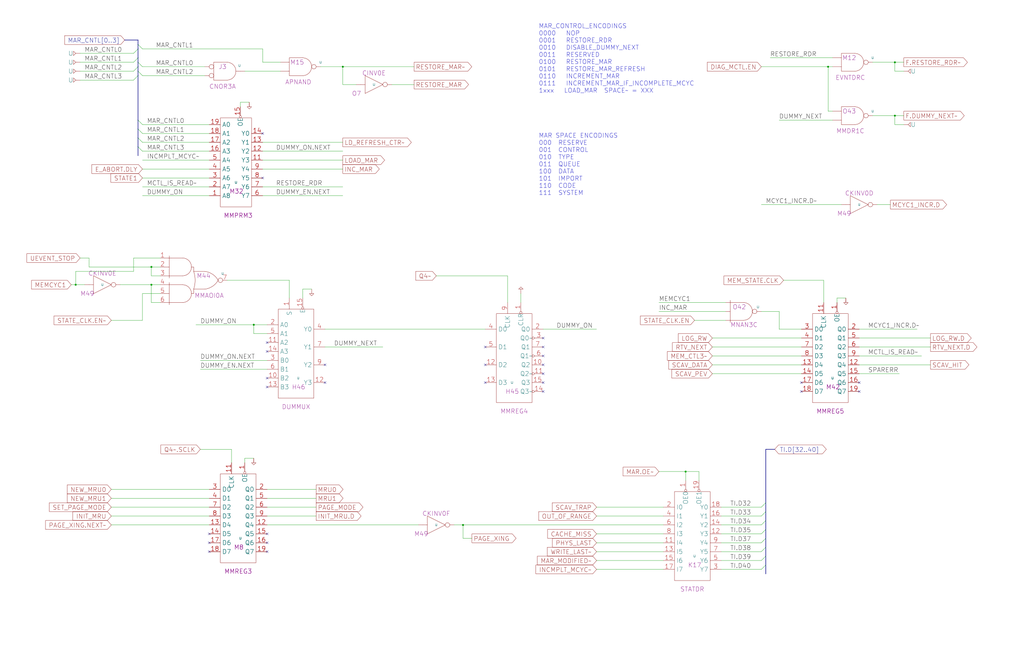
<source format=kicad_sch>
(kicad_sch (version 20220404) (generator eeschema)
  (paper "User" 584.2 378.46)
  (title_block (title "MEMORY STATE MONITOR") (date "20-MAR-90") (rev "1.0") (comment 1 "FIU") (comment 2 "232-003065") (comment 3 "S400") (comment 4 "RELEASED"))
  (lib_symbols
    (symbol "r1000:F00" (pin_numbers hide) (pin_names hide)
      (property "Reference" "U" (at 15.24 0 0))
      (property "Value" "F00" (at 1.905 -5.08 0))
      (property "Location" "___" (at 1.905 0 0))
      (property "Name" "______" (at 2.54 -12.7 0))
      (symbol "F00_0_1"
        (polyline (pts (xy -2.54 -7.62) (xy 5.08 -7.62)) (stroke (width 0.1524)))
        (polyline (pts (xy -2.54 2.54) (xy -2.54 -7.62)) (stroke (width 0.1524)))
        (polyline (pts (xy -2.54 2.54) (xy 5.08 2.54)) (stroke (width 0.1524)))
        (arc (start 5.08 -7.62) (mid 10.1282 -2.54) (end 5.08 2.54) (stroke (width 0.1524)))
        (circle (center 11.43 -2.54) (radius 1.27) (stroke (width 0.1524)))
      )
      (symbol "F00_0_2"
        (circle (center -3.81 -5.08) (radius 1.27) (stroke (width 0.1524)))
        (circle (center -3.81 0) (radius 1.27) (stroke (width 0.1524)))
        (arc (start -3.175 -7.62) (mid -2.134 -2.54) (end -3.175 2.54) (stroke (width 0.1524)))
        (polyline (pts (xy -3.175 -7.62) (xy 3.81 -7.62)) (stroke (width 0.1524)))
        (polyline (pts (xy -3.175 2.54) (xy 3.81 2.54)) (stroke (width 0.1524)))
        (arc (start 3.81 -7.62) (mid 7.5855 -5.8306) (end 10.16 -2.54) (stroke (width 0.1524)))
        (arc (start 10.16 -2.54) (mid 7.5827 0.7471) (end 3.81 2.54) (stroke (width 0.1524)))
      )
      (symbol "F00_1_1"
        (pin input line (at -7.62 0 0) (length 5.08) (name "D0") (number "1"))
        (pin input line (at -7.62 -5.08 0) (length 5.08) (name "D1") (number "2"))
        (pin output line (at 15.24 -2.54 180) (length 2.54) (name "Q") (number "3"))
      )
      (symbol "F00_1_2"
        (pin input line (at -7.62 0 0) (length 2.54) (name "D0") (number "1"))
        (pin input line (at -7.62 -5.08 0) (length 2.54) (name "D1") (number "2"))
        (pin output line (at 15.24 -2.54 180) (length 5.08) (name "Q") (number "3"))
      )
    )
    (symbol "r1000:F02" (pin_numbers hide) (pin_names hide)
      (property "Reference" "U" (at 12.16 0.635 0))
      (property "Value" "F02" (at -1.27 -4.445 0))
      (property "Location" "___" (at 2.54 0 0))
      (property "Name" "______" (at 2.54 -12.7 0))
      (symbol "F02_0_1"
        (arc (start -3.81 -7.62) (mid -2.9847 -2.54) (end -3.81 2.54) (stroke (width 0.1524)))
        (polyline (pts (xy -5.08 -5.08) (xy -3.175 -5.08)) (stroke (width 0.1524)))
        (polyline (pts (xy -5.08 0) (xy -3.175 0)) (stroke (width 0.1524)))
        (polyline (pts (xy -3.81 -7.62) (xy 2.54 -7.62)) (stroke (width 0.1524)))
        (polyline (pts (xy -3.81 2.54) (xy 2.54 2.54)) (stroke (width 0.1524)))
        (polyline (pts (xy 13.97 -2.54) (xy 12.7 -2.54)) (stroke (width 0.1524)))
        (arc (start 2.54 -7.62) (mid 6.9515 -5.9823) (end 10.16 -2.54) (stroke (width 0.1524)))
        (arc (start 10.16 -2.54) (mid 6.9478 0.8966) (end 2.54 2.54) (stroke (width 0.1524)))
        (circle (center 11.43 -2.54) (radius 1.27) (stroke (width 0.1524)))
      )
      (symbol "F02_0_2"
        (circle (center -3.81 -5.08) (radius 1.27) (stroke (width 0.1524)))
        (circle (center -3.81 0) (radius 1.27) (stroke (width 0.1524)))
        (polyline (pts (xy -2.54 -7.62) (xy 5.08 -7.62)) (stroke (width 0.1524)))
        (polyline (pts (xy -2.54 2.54) (xy -2.54 -7.62)) (stroke (width 0.1524)))
        (polyline (pts (xy -2.54 2.54) (xy 5.08 2.54)) (stroke (width 0.1524)))
        (polyline (pts (xy 11.43 -2.54) (xy 10.16 -2.54)) (stroke (width 0.1524)))
        (polyline (pts (xy 11.43 -2.54) (xy 12.7 -2.54)) (stroke (width 0.1524)))
        (arc (start 5.08 -7.62) (mid 10.1282 -2.54) (end 5.08 2.54) (stroke (width 0.1524)))
      )
      (symbol "F02_1_1"
        (pin input line (at -7.62 0 0) (length 2.54) (name "D0") (number "1"))
        (pin input line (at -7.62 -5.08 0) (length 2.54) (name "D1") (number "2"))
        (pin output line (at 15.24 -2.54 180) (length 1.27) (name "Q") (number "3"))
      )
      (symbol "F02_1_2"
        (pin input line (at -7.62 0 0) (length 2.54) (name "D0") (number "1"))
        (pin input line (at -7.62 -5.08 0) (length 2.54) (name "D1") (number "2"))
        (pin output line (at 15.24 -2.54 180) (length 2.54) (name "Q") (number "3"))
      )
    )
    (symbol "r1000:F04" (pin_numbers hide) (pin_names hide)
      (property "Reference" "U" (at 0 0 0))
      (property "Value" "F04" (at 1.27 -5.08 0))
      (property "Location" "___" (at -12.7 -5.08 0))
      (property "Name" "______" (at 0 5.08 0))
      (symbol "F04_0_1"
        (polyline (pts (xy -7.62 0) (xy -5.08 0)) (stroke (width 0.1524)))
        (polyline (pts (xy -5.08 5.08) (xy -5.08 -5.08)) (stroke (width 0.1524)))
        (polyline (pts (xy 5.08 0) (xy -5.08 -5.08)) (stroke (width 0.1524)))
        (polyline (pts (xy 5.08 0) (xy -5.08 5.08)) (stroke (width 0.1524)))
        (circle (center 6.35 0) (radius 1.27) (stroke (width 0.1524)))
      )
      (symbol "F04_1_1"
        (pin input line (at -10.16 0 0) (length 2.54) (name "D0") (number "1"))
        (pin output line (at 10.16 0 180) (length 2.54) (name "Q") (number "2"))
      )
    )
    (symbol "r1000:F10" (pin_numbers hide) (pin_names hide)
      (property "Reference" "U" (at 13.335 0 0))
      (property "Value" "F10" (at 5.715 -5.08 0))
      (property "Location" "___" (at -1.27 0 0))
      (property "Name" "______" (at -2.54 -10.16 0))
      (symbol "F10_0_1"
        (polyline (pts (xy -2.54 -7.62) (xy 5.08 -7.62)) (stroke (width 0.1524)))
        (polyline (pts (xy -2.54 2.54) (xy 5.08 2.54)) (stroke (width 0.1524)))
        (polyline (pts (xy -2.54 3.81) (xy -2.54 -8.89)) (stroke (width 0.1524)))
        (arc (start 5.08 -7.62) (mid 10.1282 -2.54) (end 5.08 2.54) (stroke (width 0.1524)))
        (circle (center 11.43 -2.54) (radius 1.27) (stroke (width 0.1524)))
      )
      (symbol "F10_0_2"
        (circle (center -3.81 -7.62) (radius 1.27) (stroke (width 0.1524)))
        (circle (center -3.81 2.54) (radius 1.27) (stroke (width 0.1524)))
        (circle (center -3.175 -2.54) (radius 1.27) (stroke (width 0.1524)))
        (arc (start -2.54 -7.62) (mid -1.8195 -2.54) (end -2.54 2.54) (stroke (width 0.1524)))
        (polyline (pts (xy -4.445 -2.54) (xy -5.08 -2.54)) (stroke (width 0.1524)))
        (polyline (pts (xy -2.54 -7.62) (xy 5.08 -7.62)) (stroke (width 0.1524)))
        (polyline (pts (xy -2.54 2.54) (xy 5.08 2.54)) (stroke (width 0.1524)))
        (polyline (pts (xy 10.795 -2.54) (xy 12.7 -2.54)) (stroke (width 0.1524)))
        (arc (start 5.08 -7.62) (mid 8.4845 -5.6954) (end 10.795 -2.54) (stroke (width 0.1524)))
        (arc (start 10.795 -2.54) (mid 8.4807 0.6111) (end 5.08 2.54) (stroke (width 0.1524)))
      )
      (symbol "F10_1_1"
        (pin input line (at -5.08 2.54 0) (length 2.54) (name "D0") (number "1"))
        (pin input line (at -5.08 -2.54 0) (length 2.54) (name "D1") (number "2"))
        (pin input line (at -5.08 -7.62 0) (length 2.54) (name "D2") (number "3"))
        (pin output line (at 15.24 -2.54 180) (length 2.54) (name "Q") (number "4"))
      )
      (symbol "F10_1_2"
        (pin input line (at -5.08 2.54 0) (length 0) (name "D0") (number "1"))
        (pin input line (at -5.08 -2.54 0) (length 0) (name "D1") (number "2"))
        (pin input line (at -5.08 -7.62 0) (length 0) (name "D2") (number "3"))
        (pin output line (at 15.24 -2.54 180) (length 2.54) (name "Q") (number "4"))
      )
    )
    (symbol "r1000:F157" (pin_names (offset 1.016))
      (property "Reference" "U" (at 2.54 5.08 0))
      (property "Value" "F157" (at -3.81 -5.08 0))
      (property "Location" "___" (at -1.27 0 0))
      (property "Name" "______" (at 1.27 -12.7 0))
      (symbol "F157_1_1"
        (rectangle (start -8.89 44.45) (end 11.43 -6.35))
        (circle (center 5.08 45.085) (radius 0.635))
        (pin input line (at -2.54 50.8 270) (length 6.35) (name "S") (number "1"))
        (pin input line (at -15.24 5.08 0) (length 6.35) (name "B2") (number "10"))
        (pin input line (at -15.24 25.4 0) (length 6.35) (name "A2") (number "11"))
        (pin output line (at 17.78 2.54 180) (length 6.35) (name "Y3") (number "12"))
        (pin input line (at -15.24 0 0) (length 6.35) (name "B3") (number "13"))
        (pin input line (at -15.24 20.32 0) (length 6.35) (name "A3") (number "14"))
        (pin input line (at 5.08 50.8 270) (length 5.08) (name "E") (number "15"))
        (pin input line (at -15.24 35.56 0) (length 6.35) (name "A0") (number "2"))
        (pin input line (at -15.24 15.24 0) (length 6.35) (name "B0") (number "3"))
        (pin output line (at 17.78 33.02 180) (length 6.35) (name "Y0") (number "4"))
        (pin input line (at -15.24 30.48 0) (length 6.35) (name "A1") (number "5"))
        (pin input line (at -15.24 10.16 0) (length 6.35) (name "B1") (number "6"))
        (pin output line (at 17.78 22.86 180) (length 6.35) (name "Y1") (number "7"))
        (pin output line (at 17.78 12.7 180) (length 6.35) (name "Y2") (number "9"))
      )
    )
    (symbol "r1000:F175" (pin_names (offset 1.016))
      (property "Reference" "U" (at 2.54 5.08 0))
      (property "Value" "F175" (at -1.27 -5.08 0))
      (property "Location" "___" (at -1.27 0 0))
      (property "Name" "______" (at 3.81 -12.7 0))
      (symbol "F175_1_1"
        (rectangle (start -6.35 44.45) (end 13.97 -6.35))
        (circle (center 7.62 45.085) (radius 0.635))
        (circle (center 14.605 0) (radius 0.635))
        (circle (center 14.605 10.16) (radius 0.635))
        (circle (center 14.605 20.32) (radius 0.635))
        (circle (center 14.605 30.48) (radius 0.635))
        (pin input line (at 7.62 50.8 270) (length 5.08) (name "CLR") (number "1"))
        (pin output line (at 20.32 15.24 180) (length 6.35) (name "Q2") (number "10"))
        (pin output line (at 20.32 10.16 180) (length 5.08) (name "Q2~") (number "11"))
        (pin input line (at -12.7 15.24 0) (length 6.35) (name "D2") (number "12"))
        (pin input line (at -12.7 5.08 0) (length 6.35) (name "D3") (number "13"))
        (pin output line (at 20.32 0 180) (length 5.08) (name "Q3~") (number "14"))
        (pin output line (at 20.32 5.08 180) (length 6.35) (name "Q3") (number "15"))
        (pin output line (at 20.32 35.56 180) (length 6.35) (name "Q0") (number "2"))
        (pin output line (at 20.32 30.48 180) (length 5.08) (name "Q0~") (number "3"))
        (pin input line (at -12.7 35.56 0) (length 6.35) (name "D0") (number "4"))
        (pin input line (at -12.7 25.4 0) (length 6.35) (name "D1") (number "5"))
        (pin output line (at 20.32 20.32 180) (length 5.08) (name "Q1~") (number "6"))
        (pin output line (at 20.32 25.4 180) (length 6.35) (name "Q1") (number "7"))
        (pin input line (at 0 50.8 270) (length 6.35) (name "CLK") (number "9"))
      )
    )
    (symbol "r1000:F244" (pin_names (offset 1.016))
      (property "Reference" "U" (at 2.54 5.08 0))
      (property "Value" "F244" (at -3.81 -7.62 0))
      (property "Location" "___" (at -1.27 0 0))
      (property "Name" "______" (at 1.27 -15.24 0))
      (symbol "F244_1_1"
        (rectangle (start -8.89 41.91) (end 11.43 -8.89))
        (circle (center -2.54 42.545) (radius 0.635))
        (circle (center 5.08 42.545) (radius 0.635))
        (pin input line (at -2.54 48.26 270) (length 5.08) (name "OE0") (number "1"))
        (pin input line (at -15.24 12.7 0) (length 6.35) (name "I4") (number "11"))
        (pin tri_state line (at 17.78 17.78 180) (length 6.35) (name "Y3") (number "12"))
        (pin input line (at -15.24 7.62 0) (length 6.35) (name "I5") (number "13"))
        (pin tri_state line (at 17.78 22.86 180) (length 6.35) (name "Y2") (number "14"))
        (pin input line (at -15.24 2.54 0) (length 6.35) (name "I6") (number "15"))
        (pin tri_state line (at 17.78 27.94 180) (length 6.35) (name "Y1") (number "16"))
        (pin input line (at -15.24 -2.54 0) (length 6.35) (name "I7") (number "17"))
        (pin tri_state line (at 17.78 33.02 180) (length 6.35) (name "Y0") (number "18"))
        (pin input line (at 5.08 48.26 270) (length 5.08) (name "OE1") (number "19"))
        (pin input line (at -15.24 33.02 0) (length 6.35) (name "I0") (number "2"))
        (pin tri_state line (at 17.78 -2.54 180) (length 6.35) (name "Y7") (number "3"))
        (pin input line (at -15.24 27.94 0) (length 6.35) (name "I1") (number "4"))
        (pin tri_state line (at 17.78 2.54 180) (length 6.35) (name "Y6") (number "5"))
        (pin input line (at -15.24 22.86 0) (length 6.35) (name "I2") (number "6"))
        (pin tri_state line (at 17.78 7.62 180) (length 6.35) (name "Y5") (number "7"))
        (pin input line (at -15.24 17.78 0) (length 6.35) (name "I3") (number "8"))
        (pin tri_state line (at 17.78 12.7 180) (length 6.35) (name "Y4") (number "9"))
      )
    )
    (symbol "r1000:F37" (pin_numbers hide) (pin_names (offset 0) hide)
      (property "Reference" "U" (at 15.24 0 0))
      (property "Value" "F37" (at 1.905 -5.08 0))
      (property "Location" "___" (at 1.905 0 0))
      (property "Name" "______" (at 2.54 -12.7 0))
      (symbol "F37_0_1"
        (polyline (pts (xy -2.54 -7.62) (xy 5.08 -7.62)) (stroke (width 0.1524)))
        (polyline (pts (xy -2.54 2.54) (xy -2.54 -7.62)) (stroke (width 0.1524)))
        (polyline (pts (xy -2.54 2.54) (xy 5.08 2.54)) (stroke (width 0.1524)))
        (arc (start 5.08 -7.62) (mid 10.1282 -2.54) (end 5.08 2.54) (stroke (width 0.1524)))
        (circle (center 11.43 -2.54) (radius 1.27) (stroke (width 0.1524)))
      )
      (symbol "F37_0_2"
        (circle (center -3.81 -5.08) (radius 1.27) (stroke (width 0.1524)))
        (circle (center -3.81 0) (radius 1.27) (stroke (width 0.1524)))
        (arc (start -3.175 -7.62) (mid -2.134 -2.54) (end -3.175 2.54) (stroke (width 0.1524)))
        (polyline (pts (xy -3.175 -7.62) (xy 3.81 -7.62)) (stroke (width 0.1524)))
        (polyline (pts (xy -3.175 2.54) (xy 3.81 2.54)) (stroke (width 0.1524)))
        (arc (start 3.81 -7.62) (mid 7.5855 -5.8306) (end 10.16 -2.54) (stroke (width 0.1524)))
        (arc (start 10.16 -2.54) (mid 7.5827 0.7471) (end 3.81 2.54) (stroke (width 0.1524)))
      )
      (symbol "F37_1_1"
        (pin input line (at -7.62 0 0) (length 5.08) (name "D0") (number "1"))
        (pin input line (at -7.62 -5.08 0) (length 5.08) (name "D1") (number "2"))
        (pin output line (at 15.24 -2.54 180) (length 2.54) (name "Q") (number "3"))
      )
      (symbol "F37_1_2"
        (pin input line (at -7.62 0 0) (length 2.54) (name "D0") (number "1"))
        (pin input line (at -7.62 -5.08 0) (length 2.54) (name "D1") (number "2"))
        (pin output line (at 15.24 -2.54 180) (length 5.08) (name "Q") (number "3"))
      )
    )
    (symbol "r1000:F374" (pin_names (offset 1.016))
      (property "Reference" "U" (at 2.54 5.08 0))
      (property "Value" "F374" (at -3.81 -7.62 0))
      (property "Location" "___" (at -1.27 0 0))
      (property "Name" "______" (at 1.27 -15.24 0))
      (symbol "F374_1_1"
        (rectangle (start -8.89 41.91) (end 11.43 -8.89))
        (circle (center 5.08 42.545) (radius 0.635))
        (pin input line (at 5.08 48.26 270) (length 5.08) (name "OE") (number "1"))
        (pin input line (at -2.54 48.26 270) (length 6.35) (name "CLK") (number "11"))
        (pin tri_state line (at 17.78 12.7 180) (length 6.35) (name "Q4") (number "12"))
        (pin input line (at -15.24 12.7 0) (length 6.35) (name "D4") (number "13"))
        (pin input line (at -15.24 7.62 0) (length 6.35) (name "D5") (number "14"))
        (pin tri_state line (at 17.78 7.62 180) (length 6.35) (name "Q5") (number "15"))
        (pin tri_state line (at 17.78 2.54 180) (length 6.35) (name "Q6") (number "16"))
        (pin input line (at -15.24 2.54 0) (length 6.35) (name "D6") (number "17"))
        (pin input line (at -15.24 -2.54 0) (length 6.35) (name "D7") (number "18"))
        (pin tri_state line (at 17.78 -2.54 180) (length 6.35) (name "Q7") (number "19"))
        (pin tri_state line (at 17.78 33.02 180) (length 6.35) (name "Q0") (number "2"))
        (pin input line (at -15.24 33.02 0) (length 6.35) (name "D0") (number "3"))
        (pin input line (at -15.24 27.94 0) (length 6.35) (name "D1") (number "4"))
        (pin tri_state line (at 17.78 27.94 180) (length 6.35) (name "Q1") (number "5"))
        (pin tri_state line (at 17.78 22.86 180) (length 6.35) (name "Q2") (number "6"))
        (pin input line (at -15.24 22.86 0) (length 6.35) (name "D2") (number "7"))
        (pin input line (at -15.24 17.78 0) (length 6.35) (name "D3") (number "8"))
        (pin tri_state line (at 17.78 17.78 180) (length 6.35) (name "Q3") (number "9"))
      )
    )
    (symbol "r1000:F51" (pin_names hide)
      (property "Reference" "U" (at 12.7 1.27 0))
      (property "Value" "F51" (at 1.905 -5.08 0))
      (property "Location" "___" (at 1.905 0 0))
      (property "Name" "______" (at 5.08 -12.7 0))
      (symbol "F51_0_0"
        (arc (start -10.16 -15.24) (mid -6.5679 -13.7521) (end -5.08 -10.16) (stroke (width 0.1524)))
        (arc (start -10.16 0) (mid -6.5679 1.4879) (end -5.08 5.08) (stroke (width 0.1524)))
        (arc (start -5.08 -10.16) (mid -6.5679 -6.5679) (end -10.16 -5.08) (stroke (width 0.1524)))
        (arc (start -5.08 5.08) (mid -6.5679 8.6721) (end -10.16 10.16) (stroke (width 0.1524)))
        (arc (start -3.8173 -7.62) (mid -2.9926 -2.54) (end -3.8173 2.54) (stroke (width 0.1524)))
        (polyline (pts (xy -20.32 -15.24) (xy -17.78 -15.24)) (stroke (width 0.1524)))
        (polyline (pts (xy -20.32 -10.16) (xy -17.78 -10.16)) (stroke (width 0.1524)))
        (polyline (pts (xy -20.32 -5.08) (xy -17.78 -5.08)) (stroke (width 0.1524)))
        (polyline (pts (xy -20.32 0) (xy -17.78 0)) (stroke (width 0.1524)))
        (polyline (pts (xy -20.32 5.08) (xy -17.78 5.08)) (stroke (width 0.1524)))
        (polyline (pts (xy -20.32 10.16) (xy -17.78 10.16)) (stroke (width 0.1524)))
        (polyline (pts (xy -17.78 -3.81) (xy -17.78 -16.51)) (stroke (width 0.1524)))
        (polyline (pts (xy -17.78 11.43) (xy -17.78 -1.27)) (stroke (width 0.1524)))
        (polyline (pts (xy -10.16 -15.24) (xy -17.78 -15.24)) (stroke (width 0.1524)))
        (polyline (pts (xy -10.16 -5.08) (xy -17.78 -5.08)) (stroke (width 0.1524)))
        (polyline (pts (xy -10.16 0) (xy -17.78 0)) (stroke (width 0.1524)))
        (polyline (pts (xy -10.16 10.16) (xy -17.78 10.16)) (stroke (width 0.1524)))
        (polyline (pts (xy -3.81 -7.62) (xy 2.54 -7.62)) (stroke (width 0.1524)))
        (polyline (pts (xy -3.81 2.54) (xy 2.54 2.54)) (stroke (width 0.1524)))
        (polyline (pts (xy -5.08 -10.16) (xy -3.81 -10.16) (xy -3.81 -7.62)) (stroke (width 0.1524)))
        (polyline (pts (xy -5.08 5.08) (xy -3.81 5.08) (xy -3.81 2.54)) (stroke (width 0.1524)))
        (arc (start 2.54 -7.62) (mid 6.9504 -5.9805) (end 10.16 -2.54) (stroke (width 0.1524)))
        (arc (start 10.16 -2.54) (mid 6.9516 0.9024) (end 2.54 2.54) (stroke (width 0.1524)))
        (circle (center 11.43 -2.54) (radius 1.27) (stroke (width 0.1524)))
      )
      (symbol "F51_1_1"
        (pin input line (at -22.86 10.16 0) (length 2.54) (name "A1") (number "1"))
        (pin input line (at -22.86 5.08 0) (length 2.54) (name "A2") (number "2"))
        (pin input line (at -22.86 0 0) (length 2.54) (name "A3") (number "3"))
        (pin input line (at -22.86 -5.08 0) (length 2.54) (name "B1") (number "4"))
        (pin input line (at -22.86 -10.16 0) (length 2.54) (name "B2") (number "5"))
        (pin input line (at -22.86 -15.24 0) (length 2.54) (name "B3") (number "6"))
        (pin output line (at 15.24 -2.54 180) (length 2.54) (name "Q") (number "7"))
      )
    )
    (symbol "r1000:GB" (pin_numbers hide) (pin_names (offset 0) hide)
      (property "Reference" "GB" (at 3.81 0 0))
      (symbol "GB_0_1"
        (polyline (pts (xy 2.54 0) (xy 3.81 1.27) (xy 3.81 -1.27) (xy 2.54 0)) (stroke (width 0.1524)))
      )
      (symbol "GB_1_1"
        (pin bidirectional line (at 0 0 0) (length 2.54) (name "") (number "1"))
      )
    )
    (symbol "r1000:PAxxx" (pin_names (offset 1.016))
      (property "Reference" "U" (at 2.54 5.08 0))
      (property "Value" "PAxxx" (at -3.81 -7.62 0))
      (property "Location" "___" (at -1.27 0 0))
      (property "Name" "______" (at 3.81 -15.24 0))
      (symbol "PAxxx_1_1"
        (rectangle (start -6.35 41.91) (end 11.43 -8.89))
        (circle (center 5.08 42.545) (radius 0.635))
        (pin input line (at -12.7 -2.54 0) (length 6.35) (name "A8") (number "1"))
        (pin tri_state line (at 17.78 17.78 180) (length 6.35) (name "Y3") (number "11"))
        (pin tri_state line (at 17.78 22.86 180) (length 6.35) (name "Y2") (number "12"))
        (pin tri_state line (at 17.78 27.94 180) (length 6.35) (name "Y1") (number "13"))
        (pin tri_state line (at 17.78 33.02 180) (length 6.35) (name "Y0") (number "14"))
        (pin input line (at 5.08 48.26 270) (length 5.08) (name "OE") (number "15"))
        (pin input line (at -12.7 22.86 0) (length 6.35) (name "A3") (number "16"))
        (pin input line (at -12.7 27.94 0) (length 6.35) (name "A2") (number "17"))
        (pin input line (at -12.7 33.02 0) (length 6.35) (name "A1") (number "18"))
        (pin input line (at -12.7 38.1 0) (length 6.35) (name "A0") (number "19"))
        (pin input line (at -12.7 2.54 0) (length 6.35) (name "A7") (number "2"))
        (pin input line (at -12.7 7.62 0) (length 6.35) (name "A6") (number "3"))
        (pin input line (at -12.7 12.7 0) (length 6.35) (name "A5") (number "4"))
        (pin input line (at -12.7 17.78 0) (length 6.35) (name "A4") (number "5"))
        (pin tri_state line (at 17.78 -2.54 180) (length 6.35) (name "Y7") (number "6"))
        (pin tri_state line (at 17.78 2.54 180) (length 6.35) (name "Y6") (number "7"))
        (pin tri_state line (at 17.78 7.62 180) (length 6.35) (name "Y5") (number "8"))
        (pin tri_state line (at 17.78 12.7 180) (length 6.35) (name "Y4") (number "9"))
      )
    )
    (symbol "r1000:PD" (power) (pin_numbers hide) (pin_names hide) (in_bom no)
      (symbol "PD_0_1"
        (polyline (pts (xy 0 -2.54) (xy 1.27 -2.54) (xy 0 -3.81) (xy -1.27 -2.54) (xy 0 -2.54)) (stroke (width 0.1524)))
      )
      (symbol "PD_1_1"
        (pin power_in line (at 0 0 270) (length 2.54) (name "PD") (number "1"))
      )
    )
    (symbol "r1000:PU" (power) (pin_numbers hide) (pin_names hide)
      (symbol "PU_0_1"
        (polyline (pts (xy 0 2.54) (xy -1.27 2.54) (xy 0 3.81) (xy 1.27 2.54) (xy 0 2.54)) (stroke (width 0.1524)))
      )
      (symbol "PU_1_1"
        (pin power_in line (at 0 0 90) (length 2.54) (name "PU") (number "1"))
      )
    )
  )
  (junction (at 43.18 162.56))
  (junction (at 86.36 152.4))
  (junction (at 510.54 35.56))
  (junction (at 510.54 66.04))
  (junction (at 264.16 299.72))
  (junction (at 391.16 269.24))
  (junction (at 86.36 162.56))
  (junction (at 472.44 38.1))
  (junction (at 195.58 38.1))
  (junction (at 144.78 185.42))
  (no_connect (at 309.88 203.2))
  (no_connect (at 119.38 309.88))
  (no_connect (at 309.88 193.04))
  (no_connect (at 149.86 101.6))
  (no_connect (at 309.88 198.12))
  (no_connect (at 185.42 218.44))
  (no_connect (at 119.38 314.96))
  (no_connect (at 276.86 218.44))
  (no_connect (at 309.88 218.44))
  (no_connect (at 152.4 200.66))
  (no_connect (at 152.4 220.98))
  (no_connect (at 152.4 309.88))
  (no_connect (at 149.86 76.2))
  (no_connect (at 457.2 218.44))
  (no_connect (at 152.4 215.9))
  (no_connect (at 309.88 208.28))
  (no_connect (at 457.2 223.52))
  (no_connect (at 490.22 218.44))
  (no_connect (at 309.88 223.52))
  (no_connect (at 152.4 195.58))
  (no_connect (at 276.86 198.12))
  (no_connect (at 185.42 208.28))
  (no_connect (at 119.38 304.8))
  (no_connect (at 152.4 314.96))
  (no_connect (at 490.22 223.52))
  (no_connect (at 152.4 304.8))
  (no_connect (at 276.86 208.28))
  (no_connect (at 309.88 213.36))
  (bus_entry (at 78.74 25.4) (size 2.54 2.54))
  (bus_entry (at 78.74 83.82) (size 2.54 2.54))
  (bus_entry (at 436.88 322.58) (size -2.54 2.54))
  (bus_entry (at 436.88 317.5) (size -2.54 2.54))
  (bus_entry (at 78.74 43.18) (size -2.54 2.54))
  (bus_entry (at 78.74 38.1) (size -2.54 2.54))
  (bus_entry (at 436.88 302.26) (size -2.54 2.54))
  (bus_entry (at 436.88 312.42) (size -2.54 2.54))
  (bus_entry (at 78.74 68.58) (size 2.54 2.54))
  (bus_entry (at 436.88 297.18) (size -2.54 2.54))
  (bus_entry (at 78.74 78.74) (size 2.54 2.54))
  (bus_entry (at 78.74 33.02) (size -2.54 2.54))
  (bus_entry (at 436.88 292.1) (size -2.54 2.54))
  (bus_entry (at 78.74 73.66) (size 2.54 2.54))
  (bus_entry (at 436.88 287.02) (size -2.54 2.54))
  (bus_entry (at 78.74 35.56) (size 2.54 2.54))
  (bus_entry (at 436.88 307.34) (size -2.54 2.54))
  (bus_entry (at 78.74 27.94) (size -2.54 2.54))
  (bus_entry (at 78.74 40.64) (size 2.54 2.54))
  (wire (pts (xy 160.02 35.56) (xy 149.86 35.56)))
  (wire (pts (xy 43.18 154.94) (xy 76.2 154.94)))
  (wire (pts (xy 472.44 38.1) (xy 474.98 38.1)))
  (wire (pts (xy 91.44 157.48) (xy 86.36 157.48)))
  (wire (pts (xy 149.86 111.76) (xy 195.58 111.76)))
  (wire (pts (xy 142.24 58.42) (xy 137.16 58.42)))
  (wire (pts (xy 482.6 170.18) (xy 477.52 170.18)))
  (wire (pts (xy 444.5 68.58) (xy 474.98 68.58)))
  (wire (pts (xy 490.22 208.28) (xy 530.86 208.28)))
  (wire (pts (xy 406.4 213.36) (xy 457.2 213.36)))
  (bus (pts (xy 436.88 322.58) (xy 436.88 327.66)))
  (wire (pts (xy 264.16 307.34) (xy 264.16 299.72)))
  (wire (pts (xy 474.98 63.5) (xy 472.44 63.5)))
  (wire (pts (xy 340.36 304.8) (xy 378.46 304.8)))
  (bus (pts (xy 436.88 292.1) (xy 436.88 297.18)))
  (wire (pts (xy 515.62 71.12) (xy 510.54 71.12)))
  (bus (pts (xy 78.74 83.82) (xy 78.74 88.9)))
  (wire (pts (xy 195.58 48.26) (xy 195.58 38.1)))
  (bus (pts (xy 78.74 27.94) (xy 78.74 33.02)))
  (wire (pts (xy 406.4 208.28) (xy 457.2 208.28)))
  (bus (pts (xy 78.74 43.18) (xy 78.74 68.58)))
  (wire (pts (xy 411.48 320.04) (xy 434.34 320.04)))
  (wire (pts (xy 45.72 30.48) (xy 76.2 30.48)))
  (wire (pts (xy 497.84 35.56) (xy 510.54 35.56)))
  (wire (pts (xy 469.9 172.72) (xy 469.9 160.02)))
  (wire (pts (xy 152.4 294.64) (xy 180.34 294.64)))
  (wire (pts (xy 340.36 289.56) (xy 378.46 289.56)))
  (wire (pts (xy 144.78 261.62) (xy 139.7 261.62)))
  (wire (pts (xy 81.28 96.52) (xy 119.38 96.52)))
  (wire (pts (xy 490.22 198.12) (xy 530.86 198.12)))
  (wire (pts (xy 86.36 172.72) (xy 86.36 162.56)))
  (wire (pts (xy 406.4 193.04) (xy 457.2 193.04)))
  (wire (pts (xy 515.62 40.64) (xy 510.54 40.64)))
  (wire (pts (xy 340.36 325.12) (xy 378.46 325.12)))
  (wire (pts (xy 81.28 86.36) (xy 119.38 86.36)))
  (wire (pts (xy 500.38 116.84) (xy 508 116.84)))
  (wire (pts (xy 81.28 167.64) (xy 91.44 167.64)))
  (wire (pts (xy 81.28 71.12) (xy 119.38 71.12)))
  (wire (pts (xy 490.22 193.04) (xy 530.86 193.04)))
  (wire (pts (xy 68.58 162.56) (xy 86.36 162.56)))
  (wire (pts (xy 289.56 172.72) (xy 289.56 157.48)))
  (wire (pts (xy 396.24 182.88) (xy 414.02 182.88)))
  (bus (pts (xy 78.74 35.56) (xy 78.74 38.1)))
  (wire (pts (xy 340.36 294.64) (xy 378.46 294.64)))
  (bus (pts (xy 436.88 256.54) (xy 441.96 256.54)))
  (wire (pts (xy 114.3 210.82) (xy 152.4 210.82)))
  (wire (pts (xy 472.44 63.5) (xy 472.44 38.1)))
  (bus (pts (xy 436.88 297.18) (xy 436.88 302.26)))
  (wire (pts (xy 223.52 48.26) (xy 236.22 48.26)))
  (wire (pts (xy 411.48 294.64) (xy 434.34 294.64)))
  (wire (pts (xy 43.18 154.94) (xy 43.18 162.56)))
  (bus (pts (xy 78.74 78.74) (xy 78.74 83.82)))
  (wire (pts (xy 114.3 205.74) (xy 152.4 205.74)))
  (wire (pts (xy 81.28 76.2) (xy 119.38 76.2)))
  (wire (pts (xy 144.78 185.42) (xy 152.4 185.42)))
  (wire (pts (xy 497.84 66.04) (xy 510.54 66.04)))
  (bus (pts (xy 78.74 25.4) (xy 78.74 27.94)))
  (wire (pts (xy 63.5 289.56) (xy 119.38 289.56)))
  (wire (pts (xy 81.28 91.44) (xy 119.38 91.44)))
  (wire (pts (xy 340.36 309.88) (xy 378.46 309.88)))
  (wire (pts (xy 469.9 160.02) (xy 447.04 160.02)))
  (bus (pts (xy 78.74 68.58) (xy 78.74 73.66)))
  (wire (pts (xy 139.7 40.64) (xy 160.02 40.64)))
  (wire (pts (xy 63.5 294.64) (xy 119.38 294.64)))
  (wire (pts (xy 45.72 147.32) (xy 50.8 147.32)))
  (wire (pts (xy 490.22 213.36) (xy 513.08 213.36)))
  (wire (pts (xy 149.86 96.52) (xy 195.58 96.52)))
  (wire (pts (xy 50.8 152.4) (xy 86.36 152.4)))
  (wire (pts (xy 510.54 40.64) (xy 510.54 35.56)))
  (wire (pts (xy 195.58 38.1) (xy 236.22 38.1)))
  (wire (pts (xy 149.86 91.44) (xy 195.58 91.44)))
  (bus (pts (xy 436.88 302.26) (xy 436.88 307.34)))
  (wire (pts (xy 152.4 284.48) (xy 180.34 284.48)))
  (wire (pts (xy 457.2 187.96) (xy 444.5 187.96)))
  (wire (pts (xy 340.36 320.04) (xy 378.46 320.04)))
  (wire (pts (xy 63.5 299.72) (xy 119.38 299.72)))
  (wire (pts (xy 81.28 43.18) (xy 116.84 43.18)))
  (wire (pts (xy 91.44 172.72) (xy 86.36 172.72)))
  (wire (pts (xy 375.92 177.8) (xy 414.02 177.8)))
  (wire (pts (xy 477.52 170.18) (xy 477.52 172.72)))
  (wire (pts (xy 63.5 182.88) (xy 81.28 182.88)))
  (wire (pts (xy 391.16 269.24) (xy 375.92 269.24)))
  (wire (pts (xy 165.1 170.18) (xy 165.1 160.02)))
  (wire (pts (xy 152.4 289.56) (xy 180.34 289.56)))
  (wire (pts (xy 490.22 203.2) (xy 525.78 203.2)))
  (bus (pts (xy 78.74 40.64) (xy 78.74 43.18)))
  (wire (pts (xy 132.08 256.54) (xy 114.3 256.54)))
  (bus (pts (xy 71.12 22.86) (xy 78.74 22.86)))
  (wire (pts (xy 86.36 162.56) (xy 91.44 162.56)))
  (wire (pts (xy 406.4 198.12) (xy 457.2 198.12)))
  (bus (pts (xy 78.74 38.1) (xy 78.74 40.64)))
  (wire (pts (xy 264.16 299.72) (xy 378.46 299.72)))
  (wire (pts (xy 398.78 274.32) (xy 398.78 269.24)))
  (wire (pts (xy 81.28 106.68) (xy 119.38 106.68)))
  (wire (pts (xy 182.88 38.1) (xy 195.58 38.1)))
  (wire (pts (xy 398.78 269.24) (xy 391.16 269.24)))
  (wire (pts (xy 165.1 160.02) (xy 129.54 160.02)))
  (wire (pts (xy 144.78 190.5) (xy 144.78 185.42)))
  (wire (pts (xy 111.76 185.42) (xy 144.78 185.42)))
  (wire (pts (xy 411.48 325.12) (xy 434.34 325.12)))
  (wire (pts (xy 434.34 116.84) (xy 480.06 116.84)))
  (wire (pts (xy 86.36 152.4) (xy 91.44 152.4)))
  (wire (pts (xy 411.48 299.72) (xy 434.34 299.72)))
  (wire (pts (xy 340.36 314.96) (xy 378.46 314.96)))
  (bus (pts (xy 436.88 317.5) (xy 436.88 322.58)))
  (wire (pts (xy 149.86 106.68) (xy 195.58 106.68)))
  (wire (pts (xy 297.18 167.64) (xy 297.18 172.72)))
  (wire (pts (xy 152.4 279.4) (xy 180.34 279.4)))
  (wire (pts (xy 76.2 147.32) (xy 91.44 147.32)))
  (bus (pts (xy 78.74 33.02) (xy 78.74 35.56)))
  (wire (pts (xy 203.2 48.26) (xy 195.58 48.26)))
  (wire (pts (xy 510.54 66.04) (xy 515.62 66.04)))
  (wire (pts (xy 81.28 182.88) (xy 81.28 167.64)))
  (wire (pts (xy 269.24 307.34) (xy 264.16 307.34)))
  (wire (pts (xy 152.4 190.5) (xy 144.78 190.5)))
  (wire (pts (xy 149.86 27.94) (xy 81.28 27.94)))
  (wire (pts (xy 149.86 35.56) (xy 149.86 27.94)))
  (wire (pts (xy 149.86 81.28) (xy 195.58 81.28)))
  (wire (pts (xy 152.4 299.72) (xy 238.76 299.72)))
  (wire (pts (xy 45.72 45.72) (xy 76.2 45.72)))
  (wire (pts (xy 510.54 71.12) (xy 510.54 66.04)))
  (wire (pts (xy 63.5 284.48) (xy 119.38 284.48)))
  (wire (pts (xy 411.48 304.8) (xy 434.34 304.8)))
  (wire (pts (xy 439.42 33.02) (xy 474.98 33.02)))
  (wire (pts (xy 81.28 81.28) (xy 119.38 81.28)))
  (wire (pts (xy 149.86 86.36) (xy 195.58 86.36)))
  (wire (pts (xy 309.88 187.96) (xy 340.36 187.96)))
  (wire (pts (xy 43.18 162.56) (xy 48.26 162.56)))
  (wire (pts (xy 63.5 279.4) (xy 119.38 279.4)))
  (wire (pts (xy 76.2 154.94) (xy 76.2 147.32)))
  (wire (pts (xy 411.48 314.96) (xy 434.34 314.96)))
  (wire (pts (xy 81.28 101.6) (xy 119.38 101.6)))
  (bus (pts (xy 78.74 22.86) (xy 78.74 25.4)))
  (wire (pts (xy 444.5 177.8) (xy 434.34 177.8)))
  (bus (pts (xy 436.88 287.02) (xy 436.88 292.1)))
  (wire (pts (xy 45.72 35.56) (xy 76.2 35.56)))
  (wire (pts (xy 172.72 170.18) (xy 172.72 165.1)))
  (wire (pts (xy 406.4 203.2) (xy 457.2 203.2)))
  (wire (pts (xy 490.22 187.96) (xy 523.24 187.96)))
  (wire (pts (xy 185.42 187.96) (xy 276.86 187.96)))
  (wire (pts (xy 172.72 165.1) (xy 177.8 165.1)))
  (wire (pts (xy 185.42 198.12) (xy 218.44 198.12)))
  (wire (pts (xy 444.5 187.96) (xy 444.5 177.8)))
  (wire (pts (xy 411.48 309.88) (xy 434.34 309.88)))
  (wire (pts (xy 81.28 111.76) (xy 119.38 111.76)))
  (bus (pts (xy 436.88 256.54) (xy 436.88 287.02)))
  (bus (pts (xy 436.88 307.34) (xy 436.88 312.42)))
  (wire (pts (xy 289.56 157.48) (xy 248.92 157.48)))
  (bus (pts (xy 78.74 73.66) (xy 78.74 78.74)))
  (wire (pts (xy 139.7 261.62) (xy 139.7 264.16)))
  (wire (pts (xy 510.54 35.56) (xy 515.62 35.56)))
  (wire (pts (xy 50.8 147.32) (xy 50.8 152.4)))
  (wire (pts (xy 137.16 58.42) (xy 137.16 60.96)))
  (wire (pts (xy 391.16 274.32) (xy 391.16 269.24)))
  (wire (pts (xy 40.64 162.56) (xy 43.18 162.56)))
  (wire (pts (xy 434.34 38.1) (xy 472.44 38.1)))
  (wire (pts (xy 411.48 289.56) (xy 434.34 289.56)))
  (wire (pts (xy 375.92 172.72) (xy 414.02 172.72)))
  (wire (pts (xy 81.28 38.1) (xy 116.84 38.1)))
  (bus (pts (xy 436.88 312.42) (xy 436.88 317.5)))
  (wire (pts (xy 132.08 264.16) (xy 132.08 256.54)))
  (wire (pts (xy 259.08 299.72) (xy 264.16 299.72)))
  (wire (pts (xy 86.36 157.48) (xy 86.36 152.4)))
  (wire (pts (xy 45.72 40.64) (xy 76.2 40.64)))
  (text "MAR_CONTROL_ENCODINGS\n0000   NOP\n0001   RESTORE_RDR\n0010   DISABLE_DUMMY_NEXT\n0011   RESERVED\n0100   RESTORE_MAR\n0101   RESTORE_MAR_REFRESH\n0110   INCREMENT_MAR\n0111   INCREMENT_MAR_IF_INCOMPLETE_MCYC\n1xxx   LOAD_MAR  SPACE~ = XXX" (at 307.34 53.34 0) (effects (font (size 2.54 2.54)) (justify left bottom)))
  (text "MAR SPACE ENCODINGS\n000  RESERVE\n001  CONTROL\n010  TYPE\n011  QUEUE\n100  DATA\n101  IMPORT\n110  CODE\n111  SYSTEM" (at 307.34 111.76 0) (effects (font (size 2.54 2.54)) (justify left bottom)))
  (label "MAR_CNTL3" (at 83.82 86.36 0) (effects (font (size 2.54 2.54))))
  (label "INCMPLT_MCYC~" (at 83.82 91.44 0) (effects (font (size 2.54 2.54))))
  (label "DUMMY_ON" (at 83.82 111.76 0) (effects (font (size 2.54 2.54))))
  (label "TI.D39" (at 416.56 320.04 0) (effects (font (size 2.54 2.54))))
  (label "MCYC1_INCR.D~" (at 495.3 187.96 0) (effects (font (size 2.54 2.54))))
  (label "MAR_CNTL2" (at 88.9 43.18 0) (effects (font (size 2.54 2.54))))
  (label "DUMMY_ON" (at 317.5 187.96 0) (effects (font (size 2.54 2.54))))
  (label "MCTL_IS_READ~" (at 83.82 106.68 0) (effects (font (size 2.54 2.54))))
  (label "TI.D37" (at 416.56 309.88 0) (effects (font (size 2.54 2.54))))
  (label "TI.D32" (at 416.56 289.56 0) (effects (font (size 2.54 2.54))))
  (label "DUMMY_EN.NEXT" (at 157.48 111.76 0) (effects (font (size 2.54 2.54))))
  (label "DUMMY_EN.NEXT" (at 114.3 210.82 0) (effects (font (size 2.54 2.54))))
  (label "TI.D35" (at 416.56 304.8 0) (effects (font (size 2.54 2.54))))
  (label "DUMMY_ON" (at 114.3 185.42 0) (effects (font (size 2.54 2.54))))
  (label "MAR_CNTL3" (at 48.26 45.72 0) (effects (font (size 2.54 2.54))))
  (label "DUMMY_ON.NEXT" (at 157.48 86.36 0) (effects (font (size 2.54 2.54))))
  (label "DUMMY_ON.NEXT" (at 114.3 205.74 0) (effects (font (size 2.54 2.54))))
  (label "SPARERR" (at 495.3 213.36 0) (effects (font (size 2.54 2.54))))
  (label "RESTORE_RDR" (at 157.48 106.68 0) (effects (font (size 2.54 2.54))))
  (label "MAR_CNTL1" (at 83.82 76.2 0) (effects (font (size 2.54 2.54))))
  (label "DUMMY_NEXT" (at 444.5 68.58 0) (effects (font (size 2.54 2.54))))
  (label "INC_MAR" (at 375.92 177.8 0) (effects (font (size 2.54 2.54))))
  (label "MAR_CNTL2" (at 48.26 40.64 0) (effects (font (size 2.54 2.54))))
  (label "TI.D33" (at 416.56 294.64 0) (effects (font (size 2.54 2.54))))
  (label "MEMCYC1" (at 375.92 172.72 0) (effects (font (size 2.54 2.54))))
  (label "MAR_CNTL0" (at 88.9 38.1 0) (effects (font (size 2.54 2.54))))
  (label "MAR_CNTL0" (at 83.82 71.12 0) (effects (font (size 2.54 2.54))))
  (label "TI.D34" (at 416.56 299.72 0) (effects (font (size 2.54 2.54))))
  (label "MCTL_IS_READ~" (at 495.3 203.2 0) (effects (font (size 2.54 2.54))))
  (label "MAR_CNTL1" (at 88.9 27.94 0) (effects (font (size 2.54 2.54))))
  (label "TI.D40" (at 416.56 325.12 0) (effects (font (size 2.54 2.54))))
  (label "RESTORE_RDR" (at 439.42 33.02 0) (effects (font (size 2.54 2.54))))
  (label "MAR_CNTL2" (at 83.82 81.28 0) (effects (font (size 2.54 2.54))))
  (label "MAR_CNTL1" (at 48.26 35.56 0) (effects (font (size 2.54 2.54))))
  (label "MCYC1_INCR.D~" (at 436.88 116.84 0) (effects (font (size 2.54 2.54))))
  (label "DUMMY_NEXT" (at 190.5 198.12 0) (effects (font (size 2.54 2.54))))
  (label "MAR_CNTL0" (at 48.26 30.48 0) (effects (font (size 2.54 2.54))))
  (label "TI.D38" (at 416.56 314.96 0) (effects (font (size 2.54 2.54))))
  (global_label "NEW_MRU1" (shape input) (at 63.5 284.48 180) (effects (font (size 2.54 2.54))) (property "Intersheet References" "${INTERSHEET_REFS}" (at 38.354 284.3213 0) (effects (font (size 1.905 1.905)) (justify right))))
  (global_label "Q4~" (shape input) (at 248.92 157.48 180) (effects (font (size 2.54 2.54))) (property "Intersheet References" "${INTERSHEET_REFS}" (at 219.1778 157.3213 0) (effects (font (size 1.905 1.905)) (justify right))))
  (global_label "PAGE_XING" (shape output) (at 269.24 307.34 0) (effects (font (size 2.54 2.54))) (property "Intersheet References" "${INTERSHEET_REFS}" (at 294.386 307.1813 0) (effects (font (size 1.905 1.905)) (justify left))))
  (global_label "PAGE_XING.NEXT~" (shape input) (at 63.5 299.72 180) (effects (font (size 2.54 2.54))) (property "Intersheet References" "${INTERSHEET_REFS}" (at 26.0169 299.5613 0) (effects (font (size 1.905 1.905)) (justify right))))
  (global_label "MEM_STATE.CLK" (shape input) (at 447.04 160.02 180) (effects (font (size 2.54 2.54))) (property "Intersheet References" "${INTERSHEET_REFS}" (at 413.0645 159.8613 0) (effects (font (size 1.905 1.905)) (justify right))))
  (global_label "RESTORE_MAR" (shape output) (at 236.22 48.26 0) (effects (font (size 2.54 2.54))) (property "Intersheet References" "${INTERSHEET_REFS}" (at 267.2927 48.1013 0) (effects (font (size 1.905 1.905)) (justify left))))
  (global_label "STATE1" (shape input) (at 81.28 101.6 180) (effects (font (size 2.54 2.54))) (property "Intersheet References" "${INTERSHEET_REFS}" (at 63.2702 101.4413 0) (effects (font (size 1.905 1.905)) (justify right))))
  (global_label "SCAV_TRAP" (shape input) (at 340.36 289.56 180) (effects (font (size 2.54 2.54))) (property "Intersheet References" "${INTERSHEET_REFS}" (at 315.093 289.4013 0) (effects (font (size 1.905 1.905)) (justify right))))
  (global_label "WRITE_LAST~" (shape input) (at 340.36 314.96 180) (effects (font (size 2.54 2.54))) (property "Intersheet References" "${INTERSHEET_REFS}" (at 312.3111 314.8013 0) (effects (font (size 1.905 1.905)) (justify right))))
  (global_label "LOG_RW" (shape input) (at 406.4 193.04 180) (effects (font (size 2.54 2.54))) (property "Intersheet References" "${INTERSHEET_REFS}" (at 386.9388 192.8813 0) (effects (font (size 1.905 1.905)) (justify right))))
  (global_label "MRU1" (shape output) (at 180.34 284.48 0) (effects (font (size 2.54 2.54))) (property "Intersheet References" "${INTERSHEET_REFS}" (at 195.6889 284.3213 0) (effects (font (size 1.905 1.905)) (justify left))))
  (global_label "PAGE_MODE" (shape output) (at 180.34 289.56 0) (effects (font (size 2.54 2.54))) (property "Intersheet References" "${INTERSHEET_REFS}" (at 207.0584 289.4013 0) (effects (font (size 1.905 1.905)) (justify left))))
  (global_label "TI.D[32..40]" (shape bidirectional) (at 441.96 256.54 0) (effects (font (size 2.54 2.54))) (property "Intersheet References" "${INTERSHEET_REFS}" (at 469.1622 256.3813 0) (effects (font (size 1.905 1.905)) (justify left))))
  (global_label "SCAV_PEV" (shape input) (at 406.4 213.36 180) (effects (font (size 2.54 2.54))) (property "Intersheet References" "${INTERSHEET_REFS}" (at 383.3102 213.2013 0) (effects (font (size 1.905 1.905)) (justify right))))
  (global_label "LOG_RW.D" (shape output) (at 530.86 193.04 0) (effects (font (size 2.54 2.54))) (property "Intersheet References" "${INTERSHEET_REFS}" (at 554.0708 192.8813 0) (effects (font (size 1.905 1.905)) (justify left))))
  (global_label "INC_MAR" (shape output) (at 195.58 96.52 0) (effects (font (size 2.54 2.54))) (property "Intersheet References" "${INTERSHEET_REFS}" (at 216.3717 96.3613 0) (effects (font (size 1.905 1.905)) (justify left))))
  (global_label "MEMCYC1" (shape input) (at 40.64 162.56 180) (effects (font (size 2.54 2.54))) (property "Intersheet References" "${INTERSHEET_REFS}" (at 18.034 162.4013 0) (effects (font (size 1.905 1.905)) (justify right))))
  (global_label "F.RESTORE_RDR~" (shape output) (at 515.62 35.56 0) (effects (font (size 2.54 2.54))) (property "Intersheet References" "${INTERSHEET_REFS}" (at 551.8936 35.4013 0) (effects (font (size 1.905 1.905)) (justify left))))
  (global_label "INIT_MRU.D" (shape output) (at 180.34 294.64 0) (effects (font (size 2.54 2.54))) (property "Intersheet References" "${INTERSHEET_REFS}" (at 205.9698 294.4813 0) (effects (font (size 1.905 1.905)) (justify left))))
  (global_label "MAR.OE~" (shape input) (at 375.92 269.24 180) (effects (font (size 2.54 2.54))) (property "Intersheet References" "${INTERSHEET_REFS}" (at 355.4911 269.0813 0) (effects (font (size 1.905 1.905)) (justify right))))
  (global_label "DIAG_MCTL.EN" (shape input) (at 434.34 38.1 180) (effects (font (size 2.54 2.54))) (property "Intersheet References" "${INTERSHEET_REFS}" (at 403.5092 37.9413 0) (effects (font (size 1.905 1.905)) (justify right))))
  (global_label "MAR_CNTL[0..3]" (shape input) (at 71.12 22.86 180) (effects (font (size 2.54 2.54))) (property "Intersheet References" "${INTERSHEET_REFS}" (at 36.9026 22.7013 0) (effects (font (size 1.905 1.905)) (justify right))))
  (global_label "RTV_NEXT.D" (shape output) (at 530.86 198.12 0) (effects (font (size 2.54 2.54))) (property "Intersheet References" "${INTERSHEET_REFS}" (at 557.3365 197.9613 0) (effects (font (size 1.905 1.905)) (justify left))))
  (global_label "UEVENT_STOP" (shape input) (at 45.72 147.32 180) (effects (font (size 2.54 2.54))) (property "Intersheet References" "${INTERSHEET_REFS}" (at 15.373 147.1613 0) (effects (font (size 1.905 1.905)) (justify right))))
  (global_label "STATE_CLK.EN" (shape input) (at 396.24 182.88 180) (effects (font (size 2.54 2.54))) (property "Intersheet References" "${INTERSHEET_REFS}" (at 365.4092 182.7213 0) (effects (font (size 1.905 1.905)) (justify right))))
  (global_label "PHYS_LAST" (shape input) (at 340.36 309.88 180) (effects (font (size 2.54 2.54))) (property "Intersheet References" "${INTERSHEET_REFS}" (at 315.214 309.7213 0) (effects (font (size 1.905 1.905)) (justify right))))
  (global_label "STATE_CLK.EN~" (shape input) (at 63.5 182.88 180) (effects (font (size 2.54 2.54))) (property "Intersheet References" "${INTERSHEET_REFS}" (at 30.855 182.7213 0) (effects (font (size 1.905 1.905)) (justify right))))
  (global_label "NEW_MRU0" (shape input) (at 63.5 279.4 180) (effects (font (size 2.54 2.54))) (property "Intersheet References" "${INTERSHEET_REFS}" (at 38.354 279.2413 0) (effects (font (size 1.905 1.905)) (justify right))))
  (global_label "SET_PAGE_MODE" (shape input) (at 63.5 289.56 180) (effects (font (size 2.54 2.54))) (property "Intersheet References" "${INTERSHEET_REFS}" (at 28.194 289.4013 0) (effects (font (size 1.905 1.905)) (justify right))))
  (global_label "INCMPLT_MCYC~" (shape input) (at 340.36 325.12 180) (effects (font (size 2.54 2.54))) (property "Intersheet References" "${INTERSHEET_REFS}" (at 305.7797 324.9613 0) (effects (font (size 1.905 1.905)) (justify right))))
  (global_label "RTV_NEXT" (shape input) (at 406.4 198.12 180) (effects (font (size 2.54 2.54))) (property "Intersheet References" "${INTERSHEET_REFS}" (at 383.673 197.9613 0) (effects (font (size 1.905 1.905)) (justify right))))
  (global_label "Q4~.SCLK" (shape input) (at 114.3 256.54 180) (effects (font (size 2.54 2.54))) (property "Intersheet References" "${INTERSHEET_REFS}" (at 91.815 256.3813 0) (effects (font (size 1.905 1.905)) (justify right))))
  (global_label "MRU0" (shape output) (at 180.34 279.4 0) (effects (font (size 2.54 2.54))) (property "Intersheet References" "${INTERSHEET_REFS}" (at 195.6889 279.2413 0) (effects (font (size 1.905 1.905)) (justify left))))
  (global_label "CACHE_MISS" (shape input) (at 340.36 304.8 180) (effects (font (size 2.54 2.54))) (property "Intersheet References" "${INTERSHEET_REFS}" (at 292.1121 304.6413 0) (effects (font (size 1.905 1.905)) (justify right))))
  (global_label "INIT_MRU" (shape input) (at 63.5 294.64 180) (effects (font (size 2.54 2.54))) (property "Intersheet References" "${INTERSHEET_REFS}" (at 41.6197 294.4813 0) (effects (font (size 1.905 1.905)) (justify right))))
  (global_label "MCYC1_INCR.D" (shape output) (at 508 116.84 0) (effects (font (size 2.54 2.54))) (property "Intersheet References" "${INTERSHEET_REFS}" (at 540.0403 116.6813 0) (effects (font (size 1.905 1.905)) (justify left))))
  (global_label "MEM_CTL3~" (shape input) (at 406.4 203.2 180) (effects (font (size 2.54 2.54))) (property "Intersheet References" "${INTERSHEET_REFS}" (at 380.7702 203.0413 0) (effects (font (size 1.905 1.905)) (justify right))))
  (global_label "MAR_MODIFIED~" (shape input) (at 340.36 320.04 180) (effects (font (size 2.54 2.54))) (property "Intersheet References" "${INTERSHEET_REFS}" (at 306.6264 319.8813 0) (effects (font (size 1.905 1.905)) (justify right))))
  (global_label "LD_REFRESH_CTR~" (shape output) (at 195.58 81.28 0) (effects (font (size 2.54 2.54))) (property "Intersheet References" "${INTERSHEET_REFS}" (at 234.6355 81.1213 0) (effects (font (size 1.905 1.905)) (justify left))))
  (global_label "LOAD_MAR" (shape output) (at 195.58 91.44 0) (effects (font (size 2.54 2.54))) (property "Intersheet References" "${INTERSHEET_REFS}" (at 219.3955 91.2813 0) (effects (font (size 1.905 1.905)) (justify left))))
  (global_label "RESTORE_MAR~" (shape output) (at 236.22 38.1 0) (effects (font (size 2.54 2.54))) (property "Intersheet References" "${INTERSHEET_REFS}" (at 269.107 37.9413 0) (effects (font (size 1.905 1.905)) (justify left))))
  (global_label "SCAV_DATA" (shape input) (at 406.4 208.28 180) (effects (font (size 2.54 2.54))) (property "Intersheet References" "${INTERSHEET_REFS}" (at 381.4959 208.1213 0) (effects (font (size 1.905 1.905)) (justify right))))
  (global_label "F.DUMMY_NEXT~" (shape output) (at 515.62 66.04 0) (effects (font (size 2.54 2.54))) (property "Intersheet References" "${INTERSHEET_REFS}" (at 550.0793 65.8813 0) (effects (font (size 1.905 1.905)) (justify left))))
  (global_label "SCAV_HIT" (shape output) (at 530.86 208.28 0) (effects (font (size 2.54 2.54))) (property "Intersheet References" "${INTERSHEET_REFS}" (at 552.7403 208.1213 0) (effects (font (size 1.905 1.905)) (justify left))))
  (global_label "E_ABORT.DLY" (shape input) (at 81.28 96.52 180) (effects (font (size 2.54 2.54))) (property "Intersheet References" "${INTERSHEET_REFS}" (at 52.3845 96.3613 0) (effects (font (size 1.905 1.905)) (justify right))))
  (global_label "OUT_OF_RANGE" (shape input) (at 340.36 294.64 180) (effects (font (size 2.54 2.54))) (property "Intersheet References" "${INTERSHEET_REFS}" (at 307.3521 294.4813 0) (effects (font (size 1.905 1.905)) (justify right))))
  (symbol (lib_id "r1000:F00") (at 167.64 35.56 0) (unit 1)
    (default_instance (reference "U") (unit 1) (value "") (footprint ""))
    (property "Reference" "U" (at 182.88 35.56 0))
    (property "Location" "M15" (at 169.545 35.56 0) (effects (font (size 2.54 2.54))))
    (property "Name" "APNAND" (at 170.18 48.26 0) (effects (font (size 2.54 2.54)) (justify bottom)))
  )
  (symbol (lib_id "r1000:F374") (at 134.62 312.42 0) (unit 1)
    (default_instance (reference "U") (unit 1) (value "") (footprint ""))
    (property "Reference" "U" (at 137.16 307.34 0))
    (property "Location" "M8" (at 133.35 312.42 0) (effects (font (size 2.54 2.54)) (justify left)))
    (property "Name" "MMREG3" (at 135.89 327.66 0) (effects (font (size 2.54 2.54)) (justify bottom)))
  )
  (symbol (lib_id "r1000:F04") (at 248.92 299.72 0) (unit 1)
    (default_instance (reference "U") (unit 1) (value "") (footprint ""))
    (property "Reference" "U" (at 248.92 299.72 0))
    (property "Location" "M49" (at 236.22 304.8 0) (effects (font (size 2.54 2.54)) (justify left)))
    (property "Name" "CKINV0F" (at 248.92 294.64 0) (effects (font (size 2.54 2.54)) (justify bottom)))
  )
  (symbol (lib_id "r1000:GB") (at 45.72 40.64 0) (mirror y) (unit 1)
    (default_instance (reference "U") (unit 1) (value "") (footprint ""))
    (property "Reference" "U" (at 41.91 40.64 0) (effects (font (size 2.54 2.54)) (justify left)))
  )
  (symbol (lib_id "r1000:F10") (at 419.1 175.26 0) (unit 1)
    (default_instance (reference "U") (unit 1) (value "") (footprint ""))
    (property "Reference" "U" (at 432.435 175.26 0))
    (property "Location" "O42" (at 417.83 175.26 0) (effects (font (size 2.54 2.54)) (justify left)))
    (property "Name" "MNAN3C" (at 416.56 185.42 0) (effects (font (size 2.54 2.54)) (justify left)))
  )
  (symbol (lib_id "r1000:GB") (at 515.62 40.64 0) (unit 1)
    (default_instance (reference "U") (unit 1) (value "") (footprint ""))
    (property "Reference" "U" (at 519.43 40.64 0) (effects (font (size 2.54 2.54)) (justify left)))
  )
  (symbol (lib_id "r1000:F02") (at 124.46 38.1 0) (unit 1) (convert 2)
    (default_instance (reference "U") (unit 1) (value "") (footprint ""))
    (property "Reference" "U" (at 136.62 37.465 0))
    (property "Location" "J3" (at 127 38.1 0) (effects (font (size 2.54 2.54))))
    (property "Name" "CNOR3A" (at 127 50.8 0) (effects (font (size 2.54 2.54)) (justify bottom)))
  )
  (symbol (lib_id "r1000:PAxxx") (at 132.08 109.22 0) (unit 1)
    (default_instance (reference "U") (unit 1) (value "") (footprint ""))
    (property "Reference" "U" (at 134.62 104.14 0))
    (property "Location" "M32" (at 130.81 109.22 0) (effects (font (size 2.54 2.54)) (justify left)))
    (property "Name" "MMPRM3" (at 135.89 124.46 0) (effects (font (size 2.54 2.54)) (justify bottom)))
  )
  (symbol (lib_id "r1000:PD") (at 142.24 58.42 0) (unit 1) (in_bom no)
    (default_instance (reference "U") (unit 1) (value "") (footprint ""))
    (property "Reference" "U" (effects hide))
  )
  (symbol (lib_id "r1000:GB") (at 515.62 71.12 0) (unit 1)
    (default_instance (reference "U") (unit 1) (value "") (footprint ""))
    (property "Reference" "U" (at 519.43 71.12 0) (effects (font (size 2.54 2.54)) (justify left)))
  )
  (symbol (lib_id "r1000:PD") (at 144.78 261.62 0) (unit 1) (in_bom no)
    (default_instance (reference "U") (unit 1) (value "") (footprint ""))
    (property "Reference" "U" (effects hide))
  )
  (symbol (lib_id "r1000:GB") (at 45.72 45.72 0) (mirror y) (unit 1)
    (default_instance (reference "U") (unit 1) (value "") (footprint ""))
    (property "Reference" "U" (at 41.91 45.72 0) (effects (font (size 2.54 2.54)) (justify left)))
  )
  (symbol (lib_id "r1000:F244") (at 393.7 322.58 0) (unit 1)
    (default_instance (reference "U") (unit 1) (value "") (footprint ""))
    (property "Reference" "U" (at 396.24 317.5 0))
    (property "Location" "K17" (at 392.43 322.58 0) (effects (font (size 2.54 2.54)) (justify left)))
    (property "Name" "STATDR" (at 394.97 337.82 0) (effects (font (size 2.54 2.54)) (justify bottom)))
  )
  (symbol (lib_id "r1000:PD") (at 177.8 165.1 0) (unit 1) (in_bom no)
    (default_instance (reference "U") (unit 1) (value "") (footprint ""))
    (property "Reference" "U" (effects hide))
  )
  (symbol (lib_id "r1000:F37") (at 482.6 63.5 0) (unit 1)
    (default_instance (reference "U") (unit 1) (value "") (footprint ""))
    (property "Reference" "U" (at 497.84 63.5 0))
    (property "Location" "O43" (at 484.505 63.5 0) (effects (font (size 2.54 2.54))))
    (property "Name" "MMDR1C" (at 485.14 76.2 0) (effects (font (size 2.54 2.54)) (justify bottom)))
  )
  (symbol (lib_id "r1000:GB") (at 45.72 35.56 0) (mirror y) (unit 1)
    (default_instance (reference "U") (unit 1) (value "") (footprint ""))
    (property "Reference" "U" (at 41.91 35.56 0) (effects (font (size 2.54 2.54)) (justify left)))
  )
  (symbol (lib_id "r1000:PD") (at 482.6 170.18 0) (unit 1) (in_bom no)
    (default_instance (reference "U") (unit 1) (value "") (footprint ""))
    (property "Reference" "U" (effects hide))
  )
  (symbol (lib_id "r1000:F04") (at 58.42 162.56 0) (unit 1)
    (default_instance (reference "U") (unit 1) (value "") (footprint ""))
    (property "Reference" "U" (at 58.42 162.56 0))
    (property "Location" "M49" (at 45.72 167.64 0) (effects (font (size 2.54 2.54)) (justify left)))
    (property "Name" "CKINV0E" (at 58.42 157.48 0) (effects (font (size 2.54 2.54)) (justify bottom)))
  )
  (symbol (lib_id "r1000:GB") (at 45.72 30.48 0) (mirror y) (unit 1)
    (default_instance (reference "U") (unit 1) (value "") (footprint ""))
    (property "Reference" "U" (at 41.91 30.48 0) (effects (font (size 2.54 2.54)) (justify left)))
  )
  (symbol (lib_id "r1000:F175") (at 289.56 223.52 0) (unit 1)
    (default_instance (reference "U") (unit 1) (value "") (footprint ""))
    (property "Reference" "U" (at 292.1 218.44 0))
    (property "Location" "H45" (at 288.29 223.52 0) (effects (font (size 2.54 2.54)) (justify left)))
    (property "Name" "MMREG4" (at 293.37 236.22 0) (effects (font (size 2.54 2.54)) (justify bottom)))
  )
  (symbol (lib_id "r1000:F157") (at 167.64 220.98 0) (unit 1)
    (default_instance (reference "U") (unit 1) (value "") (footprint ""))
    (property "Reference" "U" (at 170.18 215.9 0))
    (property "Location" "H46" (at 166.37 220.98 0) (effects (font (size 2.54 2.54)) (justify left)))
    (property "Name" "DUMMUX" (at 168.91 233.68 0) (effects (font (size 2.54 2.54)) (justify bottom)))
  )
  (symbol (lib_id "r1000:F04") (at 490.22 116.84 0) (unit 1)
    (default_instance (reference "U") (unit 1) (value "") (footprint ""))
    (property "Reference" "U" (at 490.22 116.84 0))
    (property "Location" "M49" (at 477.52 121.92 0) (effects (font (size 2.54 2.54)) (justify left)))
    (property "Name" "CKINV0D" (at 490.22 111.76 0) (effects (font (size 2.54 2.54)) (justify bottom)))
  )
  (symbol (lib_id "r1000:F374") (at 472.44 220.98 0) (unit 1)
    (default_instance (reference "U") (unit 1) (value "") (footprint ""))
    (property "Reference" "U" (at 474.98 215.9 0))
    (property "Location" "M42" (at 471.17 220.98 0) (effects (font (size 2.54 2.54)) (justify left)))
    (property "Name" "MMREG5" (at 473.71 236.22 0) (effects (font (size 2.54 2.54)) (justify bottom)))
  )
  (symbol (lib_id "r1000:F37") (at 482.6 33.02 0) (unit 1)
    (default_instance (reference "U") (unit 1) (value "") (footprint ""))
    (property "Reference" "U" (at 497.84 33.02 0))
    (property "Location" "M12" (at 484.505 33.02 0) (effects (font (size 2.54 2.54))))
    (property "Name" "EVNTDRC" (at 485.14 45.72 0) (effects (font (size 2.54 2.54)) (justify bottom)))
  )
  (symbol (lib_id "r1000:F04") (at 213.36 48.26 0) (unit 1)
    (default_instance (reference "U") (unit 1) (value "") (footprint ""))
    (property "Reference" "U" (at 213.36 48.26 0))
    (property "Location" "O7" (at 200.66 53.34 0) (effects (font (size 2.54 2.54)) (justify left)))
    (property "Name" "CINV0E" (at 213.36 43.18 0) (effects (font (size 2.54 2.54)) (justify bottom)))
  )
  (symbol (lib_id "r1000:F51") (at 114.3 157.48 0) (unit 1)
    (default_instance (reference "U") (unit 1) (value "") (footprint ""))
    (property "Reference" "U" (at 127 156.21 0))
    (property "Location" "M44" (at 116.205 157.48 0) (effects (font (size 2.54 2.54))))
    (property "Name" "MMAOI0A" (at 119.38 170.18 0) (effects (font (size 2.54 2.54)) (justify bottom)))
  )
  (symbol (lib_id "r1000:PU") (at 297.18 167.64 0) (unit 1)
    (default_instance (reference "U") (unit 1) (value "") (footprint ""))
    (property "Reference" "U" (effects hide))
  )
)
</source>
